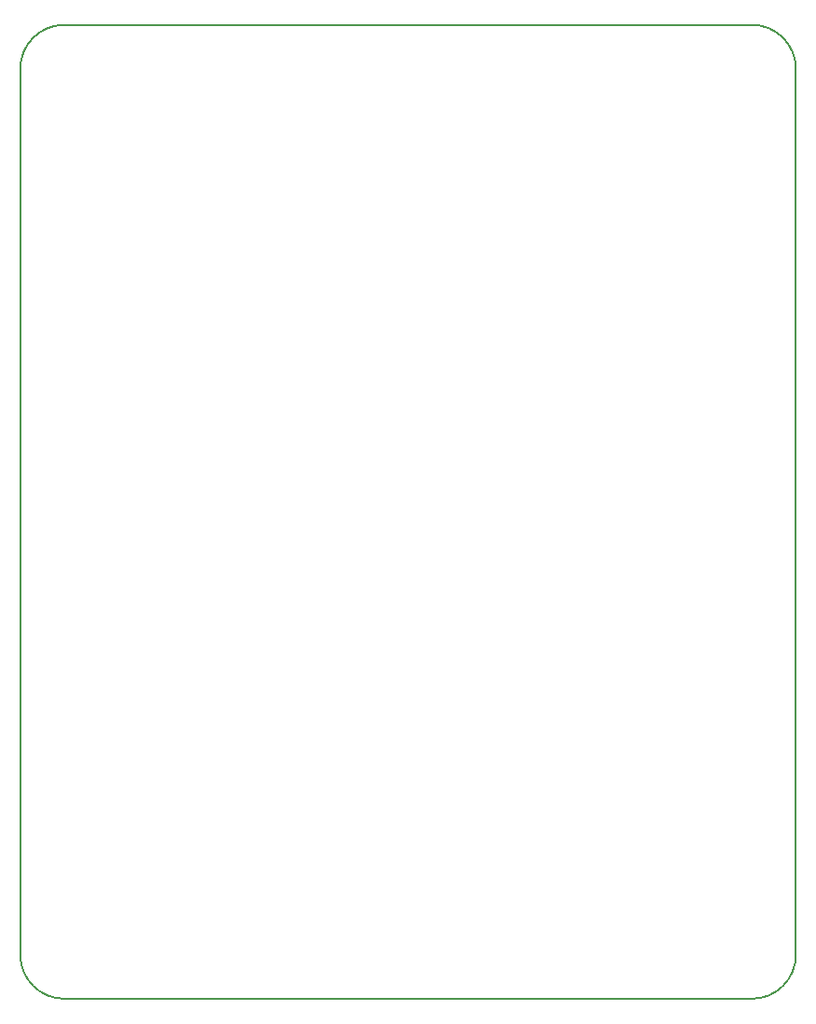
<source format=gbr>
G04 #@! TF.GenerationSoftware,KiCad,Pcbnew,(5.1.4)-1*
G04 #@! TF.CreationDate,2019-11-16T11:33:37-06:00*
G04 #@! TF.ProjectId,TestBoard,54657374-426f-4617-9264-2e6b69636164,rev?*
G04 #@! TF.SameCoordinates,Original*
G04 #@! TF.FileFunction,Profile,NP*
%FSLAX46Y46*%
G04 Gerber Fmt 4.6, Leading zero omitted, Abs format (unit mm)*
G04 Created by KiCad (PCBNEW (5.1.4)-1) date 2019-11-16 11:33:37*
%MOMM*%
%LPD*%
G04 APERTURE LIST*
%ADD10C,0.150000*%
G04 APERTURE END LIST*
D10*
X135500000Y-114000000D02*
X136000000Y-114000000D01*
X135500000Y-25500000D02*
X136000000Y-25500000D01*
X135500000Y-114000000D02*
G75*
G02X131500000Y-110000000I0J4000000D01*
G01*
X202000000Y-110000000D02*
G75*
G02X198000000Y-114000000I-4000000J0D01*
G01*
X198000000Y-25500000D02*
G75*
G02X202000000Y-29500000I0J-4000000D01*
G01*
X131500000Y-29500000D02*
G75*
G02X135500000Y-25500000I4000000J0D01*
G01*
X131500000Y-110000000D02*
X131500000Y-29500000D01*
X198000000Y-114000000D02*
X136000000Y-114000000D01*
X202000000Y-29500000D02*
X202000000Y-110000000D01*
X136000000Y-25500000D02*
X198000000Y-25500000D01*
M02*

</source>
